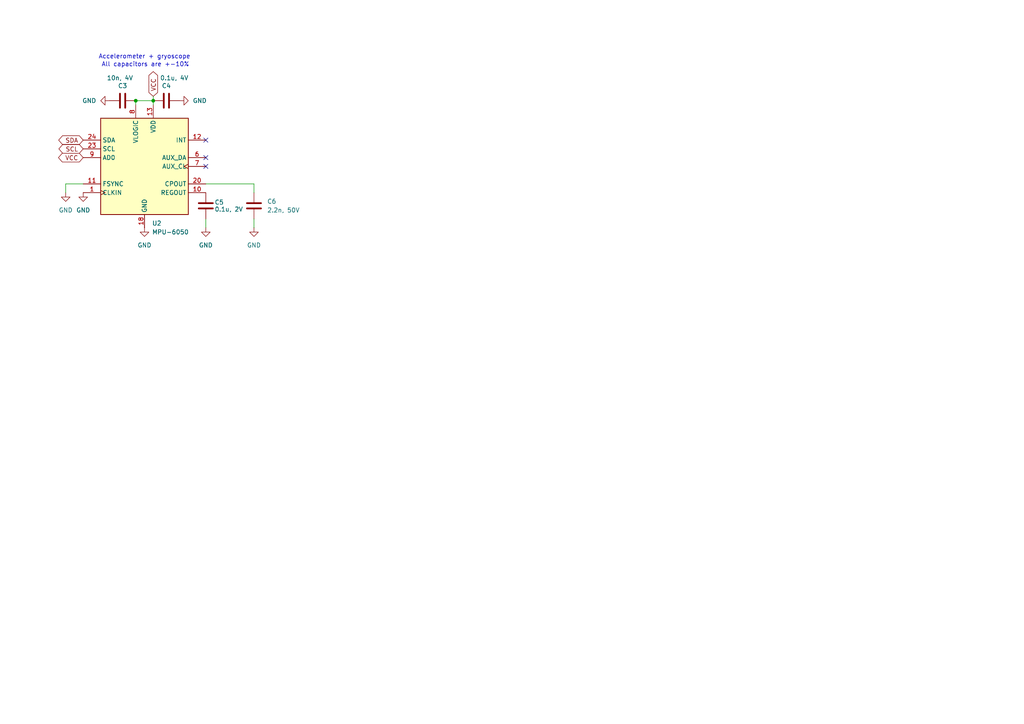
<source format=kicad_sch>
(kicad_sch (version 20231120) (generator "eeschema") (generator_version "8.0")
  (paper "A4")
  (lib_symbols
    (symbol "Device:C" (pin_numbers hide) (pin_names (offset 0.254))
      (property "Reference" "C" (at 0.635 2.54 0))
      (property "Value" "C" (at 0.635 -2.54 0))
      (symbol "C_0_1"
        (polyline (pts (xy -2.032 -0.762) (xy 2.032 -0.762)) (stroke (width 0.508)))
        (polyline (pts (xy -2.032 0.762) (xy 2.032 0.762)) (stroke (width 0.508)))
      )
      (symbol "C_1_1"
        (pin passive line (at 0 3.81 270) (length 2.794) (name "~") (number "1"))
        (pin passive line (at 0 -3.81 90) (length 2.794) (name "~") (number "2"))
      )
    )
    (symbol "Sensor_Motion:MPU-6050"
      (property "Reference" "U" (at -11.43 13.97 0))
      (property "Value" "MPU-6050" (at 7.62 -15.24 0))
      (symbol "MPU-6050_0_0"
        (text "" (at 12.7 -2.54 0) (effects (font (size 1.27 1.27))))
      )
      (symbol "MPU-6050_0_1"
        (rectangle (start -12.7 13.97) (end 12.7 -13.97) (stroke (width 0.254)) (fill (type background)))
      )
      (symbol "MPU-6050_1_1"
        (pin input clock (at -17.78 -7.62 0) (length 5.08) (name "CLKIN") (number "1"))
        (pin passive line (at 17.78 -7.62 180) (length 5.08) (name "REGOUT") (number "10"))
        (pin input line (at -17.78 -5.08 0) (length 5.08) (name "FSYNC") (number "11"))
        (pin output line (at 17.78 7.62 180) (length 5.08) (name "INT") (number "12"))
        (pin power_in line (at 2.54 17.78 270) (length 3.81) (name "VDD") (number "13"))
        (pin no_connect line (at -12.7 -10.16 0) (length 2.54) hide (name "NC") (number "14"))
        (pin no_connect line (at 12.7 12.7 180) (length 2.54) hide (name "NC") (number "15"))
        (pin no_connect line (at 12.7 10.16 180) (length 2.54) hide (name "NC") (number "16"))
        (pin no_connect line (at 12.7 5.08 180) (length 2.54) hide (name "NC") (number "17"))
        (pin power_in line (at 0 -17.78 90) (length 3.81) (name "GND") (number "18"))
        (pin no_connect line (at 12.7 -10.16 180) (length 2.54) hide (name "RESV") (number "19"))
        (pin no_connect line (at -12.7 12.7 0) (length 2.54) hide (name "NC") (number "2"))
        (pin passive line (at 17.78 -5.08 180) (length 5.08) (name "CPOUT") (number "20"))
        (pin no_connect line (at 12.7 -2.54 180) (length 2.54) hide (name "RESV") (number "21"))
        (pin no_connect line (at 12.7 -12.7 180) (length 2.54) hide (name "RESV") (number "22"))
        (pin input line (at -17.78 5.08 0) (length 5.08) (name "SCL") (number "23"))
        (pin bidirectional line (at -17.78 7.62 0) (length 5.08) (name "SDA") (number "24"))
        (pin no_connect line (at -12.7 10.16 0) (length 2.54) hide (name "NC") (number "3"))
        (pin no_connect line (at -12.7 0 0) (length 2.54) hide (name "NC") (number "4"))
        (pin no_connect line (at -12.7 -2.54 0) (length 2.54) hide (name "NC") (number "5"))
        (pin bidirectional line (at 17.78 2.54 180) (length 5.08) (name "AUX_DA") (number "6"))
        (pin output clock (at 17.78 0 180) (length 5.08) (name "AUX_CL") (number "7"))
        (pin power_in line (at -2.54 17.78 270) (length 3.81) (name "VLOGIC") (number "8"))
        (pin input line (at -17.78 2.54 0) (length 5.08) (name "AD0") (number "9"))
      )
    )
    (symbol "power:GND" (power) (pin_numbers hide) (pin_names (offset 0) hide)
      (property "Value" "GND" (at 0 -3.81 0))
      (symbol "GND_0_1"
        (polyline (pts (xy 0 0) (xy 0 -1.27) (xy 1.27 -1.27) (xy 0 -2.54) (xy -1.27 -1.27) (xy 0 -1.27)))
      )
      (symbol "GND_1_1"
        (pin power_in line (at 0 0 270) (length 0) (name "~") (number "1"))
      )
    )
  )
  (junction (at 44.45 29.21))
  (junction (at 39.37 29.21))
  (no_connect (at 59.69 48.26))
  (no_connect (at 59.69 45.72))
  (no_connect (at 59.69 40.64))
  (wire (pts (xy 73.66 66.04) (xy 73.66 63.5)))
  (wire (pts (xy 44.45 29.21) (xy 44.45 30.48)))
  (wire (pts (xy 59.69 53.34) (xy 73.66 53.34)))
  (wire (pts (xy 19.05 53.34) (xy 19.05 55.88)))
  (wire (pts (xy 19.05 53.34) (xy 24.13 53.34)))
  (wire (pts (xy 59.69 66.04) (xy 59.69 63.5)))
  (wire (pts (xy 73.66 53.34) (xy 73.66 55.88)))
  (wire (pts (xy 39.37 29.21) (xy 44.45 29.21)))
  (wire (pts (xy 39.37 30.48) (xy 39.37 29.21)))
  (wire (pts (xy 44.45 27.94) (xy 44.45 29.21)))
  (text "Accelerometer + gryoscope" (at 41.91 16.51 0) (effects (font (size 1.27 1.27))))
  (text "All capacitors are +-10%" (at 42.164 18.796 0) (effects (font (size 1.27 1.27))))
  (global_label "VCC" (shape bidirectional) (at 24.13 45.72 180) (property "Intersheetrefs" "${INTERSHEET_REFS}" (effects (hide yes))))
  (global_label "SDA" (shape bidirectional) (at 24.13 40.64 180) (property "Intersheetrefs" "${INTERSHEET_REFS}" (effects (hide yes))))
  (global_label "SCL" (shape bidirectional) (at 24.13 43.18 180) (property "Intersheetrefs" "${INTERSHEET_REFS}" (effects (hide yes))))
  (global_label "VCC" (shape bidirectional) (at 44.45 27.94 90) (property "Intersheetrefs" "${INTERSHEET_REFS}" (effects (hide yes))))
  (symbol (lib_id "power:GND") (at 31.75 29.21 270) (unit 1)
    (property "Reference" "#PWR010" (effects (hide yes)))
    (property "Value" "GND" (at 27.94 29.2101 90) (effects (justify right)))
    (property "Description" "Power symbol creates a global label with name \"GND\" , ground" (effects (hide yes)))
  )
  (symbol (lib_id "Device:C") (at 35.56 29.21 270) (unit 1)
    (property "Reference" "C3" (at 35.56 24.892 90))
    (property "Value" "10n, 4V" (at 34.798 22.606 90))
    (property "Description" "Unpolarized capacitor" (effects (hide yes)))
  )
  (symbol (lib_id "power:GND") (at 19.05 55.88 0) (unit 1)
    (property "Reference" "#PWR08" (effects (hide yes)))
    (property "Value" "GND" (at 19.05 60.96 0))
    (property "Description" "Power symbol creates a global label with name \"GND\" , ground" (effects (hide yes)))
  )
  (symbol (lib_id "Device:C") (at 73.66 59.69 0) (unit 1)
    (property "Reference" "C6" (at 77.47 58.4199 0) (effects (justify left)))
    (property "Value" "2.2n, 50V" (at 77.47 60.9599 0) (effects (justify left)))
    (property "Description" "Unpolarized capacitor" (effects (hide yes)))
  )
  (symbol (lib_id "power:GND") (at 73.66 66.04 0) (unit 1)
    (property "Reference" "#PWR014" (effects (hide yes)))
    (property "Value" "GND" (at 73.66 71.12 0))
    (property "Description" "Power symbol creates a global label with name \"GND\" , ground" (effects (hide yes)))
  )
  (symbol (lib_id "Device:C") (at 59.69 59.69 180) (unit 1)
    (property "Reference" "C5" (at 62.23 58.674 0) (effects (justify right)))
    (property "Value" "0.1u, 2V" (at 62.23 60.706 0) (effects (justify right)))
    (property "Description" "Unpolarized capacitor" (effects (hide yes)))
  )
  (symbol (lib_id "power:GND") (at 59.69 66.04 0) (unit 1)
    (property "Reference" "#PWR013" (effects (hide yes)))
    (property "Value" "GND" (at 59.69 71.12 0))
    (property "Description" "Power symbol creates a global label with name \"GND\" , ground" (effects (hide yes)))
  )
  (symbol (lib_id "power:GND") (at 24.13 55.88 0) (unit 1)
    (property "Reference" "#PWR09" (effects (hide yes)))
    (property "Value" "GND" (at 24.13 60.96 0))
    (property "Description" "Power symbol creates a global label with name \"GND\" , ground" (effects (hide yes)))
  )
  (symbol (lib_id "power:GND") (at 52.07 29.21 90) (unit 1)
    (property "Reference" "#PWR012" (effects (hide yes)))
    (property "Value" "GND" (at 55.88 29.2099 90) (effects (justify right)))
    (property "Description" "Power symbol creates a global label with name \"GND\" , ground" (effects (hide yes)))
  )
  (symbol (lib_id "Sensor_Motion:MPU-6050") (at 41.91 48.26 0) (unit 1)
    (property "Reference" "U2" (at 44.1041 64.77 0) (effects (justify left)))
    (property "Value" "MPU-6050" (at 44.1041 67.31 0) (effects (justify left)))
    (property "Footprint" "Sensor_Motion:InvenSense_QFN-24_4x4mm_P0.5mm" (effects (hide yes)))
    (property "Datasheet" "https://invensense.tdk.com/wp-content/uploads/2015/02/MPU-6000-Datasheet1.pdf" (effects (hide yes)))
    (property "Description" "InvenSense 6-Axis Motion Sensor, Gyroscope, Accelerometer, I2C" (effects (hide yes)))
  )
  (symbol (lib_id "power:GND") (at 41.91 66.04 0) (unit 1)
    (property "Reference" "#PWR011" (effects (hide yes)))
    (property "Value" "GND" (at 41.91 71.12 0))
    (property "Description" "Power symbol creates a global label with name \"GND\" , ground" (effects (hide yes)))
  )
  (symbol (lib_id "Device:C") (at 48.26 29.21 90) (unit 1)
    (property "Reference" "C4" (at 48.26 24.892 90))
    (property "Value" "0.1u, 4V" (at 50.546 22.606 90))
    (property "Description" "Unpolarized capacitor" (effects (hide yes)))
  )
)
</source>
